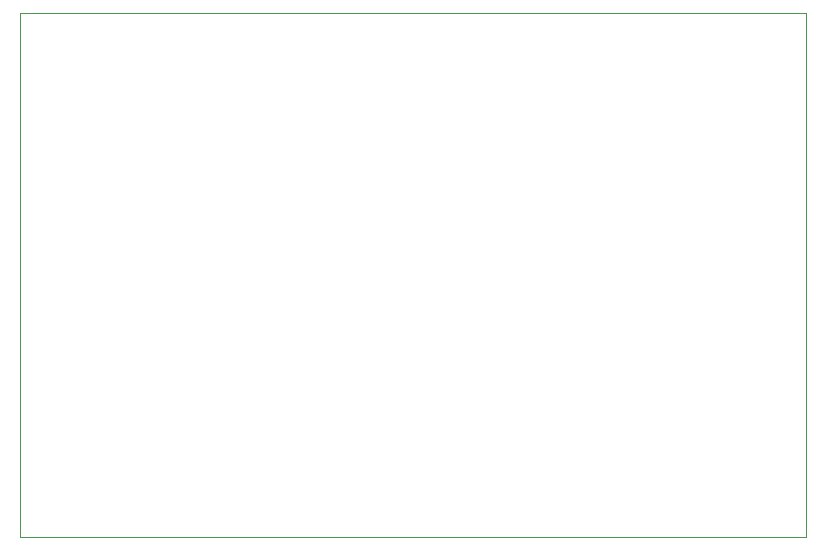
<source format=gbr>
%TF.GenerationSoftware,Altium Limited,Altium Designer,21.4.1 (30)*%
G04 Layer_Color=0*
%FSLAX25Y25*%
%MOIN*%
%TF.SameCoordinates,82249629-20A9-4E05-8B69-989CC10A5609*%
%TF.FilePolarity,Positive*%
%TF.FileFunction,Profile,NP*%
%TF.Part,Single*%
G01*
G75*
%TA.AperFunction,Profile*%
%ADD68C,0.00100*%
D68*
X0Y-114D02*
X262000D01*
Y174386D01*
X0D01*
Y-114D01*
%TF.MD5,fe4295f66c94e36df460b96d8e11914f*%
M02*

</source>
